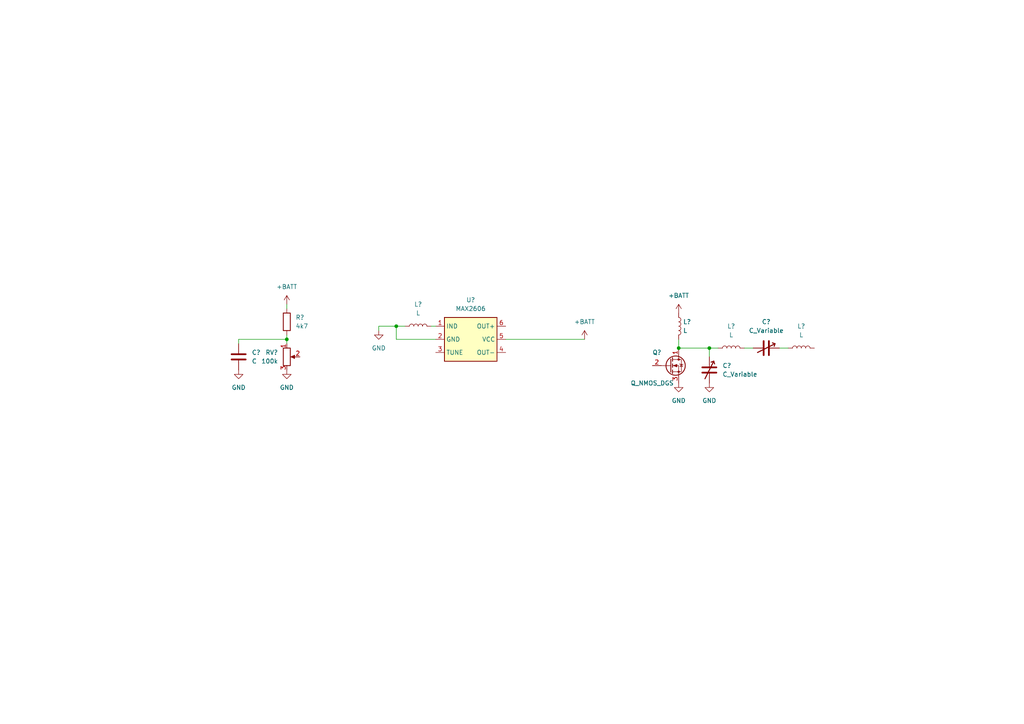
<source format=kicad_sch>
(kicad_sch (version 20211123) (generator eeschema)
  (paper "A4")
  (lib_symbols
    (symbol "Device:C" (pin_numbers hide) (pin_names (offset 0.254))
      (property "Reference" "C" (at 0.635 2.54 0))
      (property "Value" "C" (at 0.635 -2.54 0))
      (symbol "C_0_1"
        (polyline (pts (xy -2.032 -0.762) (xy 2.032 -0.762)) (stroke (width 0.508)))
        (polyline (pts (xy -2.032 0.762) (xy 2.032 0.762)) (stroke (width 0.508)))
      )
      (symbol "C_1_1"
        (pin passive line (at 0 3.81 270) (length 2.794) (name "~") (number "1"))
        (pin passive line (at 0 -3.81 90) (length 2.794) (name "~") (number "2"))
      )
    )
    (symbol "Device:C_Variable" (pin_numbers hide) (pin_names (offset 0.254) hide)
      (property "Reference" "C" (at 0.635 -1.905 0))
      (property "Value" "C_Variable" (at 0.635 -3.81 0))
      (symbol "C_Variable_0_1"
        (polyline (pts (xy -2.032 -0.762) (xy 2.032 -0.762)) (stroke (width 0.508)))
        (polyline (pts (xy -2.032 0.762) (xy 2.032 0.762)) (stroke (width 0.508)))
        (polyline (pts (xy 1.27 2.54) (xy -1.27 -2.54)) (stroke (width 0.3048)))
        (polyline (pts (xy 1.27 2.54) (xy 0.508 2.286)) (stroke (width 0.3048)))
        (polyline (pts (xy 1.27 2.54) (xy 1.524 1.778)) (stroke (width 0.3048)))
      )
      (symbol "C_Variable_1_1"
        (pin passive line (at 0 3.81 270) (length 3.048) (name "~") (number "1"))
        (pin passive line (at 0 -3.81 90) (length 3.048) (name "~") (number "2"))
      )
    )
    (symbol "Device:L" (pin_numbers hide) (pin_names (offset 1.016) hide)
      (property "Reference" "L" (at -1.27 0 90))
      (property "Value" "L" (at 1.905 0 90))
      (symbol "L_0_1"
        (arc (start 0 -2.54) (mid 0.635 -1.905) (end 0 -1.27))
        (arc (start 0 -1.27) (mid 0.635 -0.635) (end 0 0))
        (arc (start 0 0) (mid 0.635 0.635) (end 0 1.27))
        (arc (start 0 1.27) (mid 0.635 1.905) (end 0 2.54))
      )
      (symbol "L_1_1"
        (pin passive line (at 0 3.81 270) (length 1.27) (name "1") (number "1"))
        (pin passive line (at 0 -3.81 90) (length 1.27) (name "2") (number "2"))
      )
    )
    (symbol "Device:Q_NMOS_DGS" (pin_names (offset 0) hide)
      (property "Reference" "Q" (at 5.08 1.27 0))
      (property "Value" "Q_NMOS_DGS" (at 5.08 -1.27 0))
      (symbol "Q_NMOS_DGS_0_1"
        (polyline (pts (xy 0.254 0) (xy -2.54 0)))
        (polyline (pts (xy 0.254 1.905) (xy 0.254 -1.905)) (stroke (width 0.254)))
        (polyline (pts (xy 0.762 -1.27) (xy 0.762 -2.286)) (stroke (width 0.254)))
        (polyline (pts (xy 0.762 0.508) (xy 0.762 -0.508)) (stroke (width 0.254)))
        (polyline (pts (xy 0.762 2.286) (xy 0.762 1.27)) (stroke (width 0.254)))
        (polyline (pts (xy 2.54 2.54) (xy 2.54 1.778)))
        (polyline (pts (xy 2.54 -2.54) (xy 2.54 0) (xy 0.762 0)))
        (polyline (pts (xy 0.762 -1.778) (xy 3.302 -1.778) (xy 3.302 1.778) (xy 0.762 1.778)))
        (polyline (pts (xy 1.016 0) (xy 2.032 0.381) (xy 2.032 -0.381) (xy 1.016 0)) (fill (type outline)))
        (polyline (pts (xy 2.794 0.508) (xy 2.921 0.381) (xy 3.683 0.381) (xy 3.81 0.254)))
        (polyline (pts (xy 3.302 0.381) (xy 2.921 -0.254) (xy 3.683 -0.254) (xy 3.302 0.381)))
        (circle (center 1.651 0) (radius 2.794) (stroke (width 0.254)))
        (circle (center 2.54 -1.778) (radius 0.254) (fill (type outline)))
        (circle (center 2.54 1.778) (radius 0.254) (fill (type outline)))
      )
      (symbol "Q_NMOS_DGS_1_1"
        (pin passive line (at 2.54 5.08 270) (length 2.54) (name "D") (number "1"))
        (pin input line (at -5.08 0 0) (length 2.54) (name "G") (number "2"))
        (pin passive line (at 2.54 -5.08 90) (length 2.54) (name "S") (number "3"))
      )
    )
    (symbol "Device:R" (pin_numbers hide) (pin_names (offset 0))
      (property "Reference" "R" (at 2.032 0 90))
      (property "Value" "R" (at 0 0 90))
      (symbol "R_0_1"
        (rectangle (start -1.016 -2.54) (end 1.016 2.54) (stroke (width 0.254)))
      )
      (symbol "R_1_1"
        (pin passive line (at 0 3.81 270) (length 1.27) (name "~") (number "1"))
        (pin passive line (at 0 -3.81 90) (length 1.27) (name "~") (number "2"))
      )
    )
    (symbol "Device:R_Potentiometer" (pin_names (offset 1.016) hide)
      (property "Reference" "RV" (at -4.445 0 90))
      (property "Value" "R_Potentiometer" (at -2.54 0 90))
      (symbol "R_Potentiometer_0_1"
        (polyline (pts (xy 2.54 0) (xy 1.524 0)))
        (polyline (pts (xy 1.143 0) (xy 2.286 0.508) (xy 2.286 -0.508) (xy 1.143 0)) (fill (type outline)))
        (rectangle (start 1.016 2.54) (end -1.016 -2.54) (stroke (width 0.254)))
      )
      (symbol "R_Potentiometer_1_1"
        (pin passive line (at 0 3.81 270) (length 1.27) (name "1") (number "1"))
        (pin passive line (at 3.81 0 180) (length 1.27) (name "2") (number "2"))
        (pin passive line (at 0 -3.81 90) (length 1.27) (name "3") (number "3"))
      )
    )
    (symbol "MAX2606:MAX2606"
      (property "Reference" "U" (at -6.35 7.62 0))
      (property "Value" "MAX2606" (at 2.54 7.62 0))
      (symbol "MAX2606_0_1"
        (rectangle (start -7.62 6.35) (end 7.62 -6.35) (stroke (width 0.254)) (fill (type background)))
      )
      (symbol "MAX2606_1_1"
        (pin passive line (at -10.16 3.81 0) (length 2.54) (name "IND") (number "1"))
        (pin power_in line (at -10.16 0 0) (length 2.54) (name "GND") (number "2"))
        (pin input line (at -10.16 -3.81 0) (length 2.54) (name "TUNE") (number "3"))
        (pin output line (at 10.16 -3.81 180) (length 2.54) (name "OUT-") (number "4"))
        (pin power_in line (at 10.16 0 180) (length 2.54) (name "VCC") (number "5"))
        (pin output line (at 10.16 3.81 180) (length 2.54) (name "OUT+") (number "6"))
      )
    )
    (symbol "power:+BATT" (power) (pin_names (offset 0))
      (property "Value" "+BATT" (at 0 3.556 0))
      (symbol "+BATT_0_1"
        (polyline (pts (xy -0.762 1.27) (xy 0 2.54)))
        (polyline (pts (xy 0 0) (xy 0 2.54)))
        (polyline (pts (xy 0 2.54) (xy 0.762 1.27)))
      )
      (symbol "+BATT_1_1"
        (pin power_in line (at 0 0 90) (length 0) hide (name "+BATT") (number "1"))
      )
    )
    (symbol "power:GND" (power) (pin_names (offset 0))
      (property "Value" "GND" (at 0 -3.81 0))
      (symbol "GND_0_1"
        (polyline (pts (xy 0 0) (xy 0 -1.27) (xy 1.27 -1.27) (xy 0 -2.54) (xy -1.27 -1.27) (xy 0 -1.27)))
      )
      (symbol "GND_1_1"
        (pin power_in line (at 0 0 270) (length 0) hide (name "GND") (number "1"))
      )
    )
  )
  (junction (at 196.85 100.965))
  (junction (at 205.74 100.965))
  (junction (at 114.935 94.615))
  (junction (at 83.185 98.425))
  (wire (pts (xy 69.215 98.425) (xy 69.215 99.695)))
  (wire (pts (xy 114.935 94.615) (xy 117.475 94.615)))
  (wire (pts (xy 114.935 94.615) (xy 114.935 98.425)))
  (wire (pts (xy 196.85 98.425) (xy 196.85 100.965)))
  (wire (pts (xy 83.185 88.265) (xy 83.185 89.535)))
  (wire (pts (xy 205.74 103.505) (xy 205.74 100.965)))
  (wire (pts (xy 109.855 94.615) (xy 114.935 94.615)))
  (wire (pts (xy 83.185 98.425) (xy 83.185 99.695)))
  (wire (pts (xy 126.365 94.615) (xy 125.095 94.615)))
  (wire (pts (xy 83.185 97.155) (xy 83.185 98.425)))
  (wire (pts (xy 205.74 100.965) (xy 208.28 100.965)))
  (wire (pts (xy 114.935 98.425) (xy 126.365 98.425)))
  (wire (pts (xy 146.685 98.425) (xy 169.545 98.425)))
  (wire (pts (xy 226.06 100.965) (xy 228.6 100.965)))
  (wire (pts (xy 215.9 100.965) (xy 218.44 100.965)))
  (wire (pts (xy 69.215 98.425) (xy 83.185 98.425)))
  (wire (pts (xy 109.855 95.885) (xy 109.855 94.615)))
  (wire (pts (xy 196.85 100.965) (xy 205.74 100.965)))
  (symbol (lib_id "power:GND") (at 196.85 111.125 0) (unit 1)
    (property "Reference" "#PWR?" (effects hide))
    (property "Value" "GND" (at 196.85 116.205 0))
  )
  (symbol (lib_id "power:GND") (at 69.215 107.315 0) (unit 1)
    (property "Reference" "#PWR?" (effects hide))
    (property "Value" "GND" (at 69.215 112.395 0))
  )
  (symbol (lib_id "Device:R_Potentiometer") (at 83.185 103.505 0) (unit 1)
    (property "Reference" "RV?" (at 80.645 102.2349 0) (effects (justify right)))
    (property "Value" "100k" (at 80.645 104.7749 0) (effects (justify right)))
  )
  (symbol (lib_id "Device:C_Variable") (at 222.25 100.965 270) (mirror x) (unit 1)
    (property "Reference" "C?" (at 222.25 93.345 90))
    (property "Value" "C_Variable" (at 222.25 95.885 90))
  )
  (symbol (lib_id "power:+BATT") (at 196.85 90.805 0) (unit 1)
    (property "Reference" "#PWR?" (effects hide))
    (property "Value" "+BATT" (at 196.85 85.725 0))
  )
  (symbol (lib_id "power:GND") (at 109.855 95.885 0) (unit 1)
    (property "Reference" "#PWR?" (effects hide))
    (property "Value" "GND" (at 109.855 100.965 0))
  )
  (symbol (lib_id "power:GND") (at 205.74 111.125 0) (unit 1)
    (property "Reference" "#PWR?" (effects hide))
    (property "Value" "GND" (at 205.74 116.205 0))
  )
  (symbol (lib_id "Device:L") (at 232.41 100.965 90) (unit 1)
    (property "Reference" "L?" (at 232.41 94.615 90))
    (property "Value" "L" (at 232.41 97.155 90))
  )
  (symbol (lib_id "Device:C") (at 69.215 103.505 0) (unit 1)
    (property "Reference" "C?" (at 73.025 102.2349 0) (effects (justify left)))
    (property "Value" "C" (at 73.025 104.7749 0) (effects (justify left)))
  )
  (symbol (lib_id "power:GND") (at 83.185 107.315 0) (unit 1)
    (property "Reference" "#PWR?" (effects hide))
    (property "Value" "GND" (at 83.185 112.395 0))
  )
  (symbol (lib_id "Device:L") (at 212.09 100.965 90) (unit 1)
    (property "Reference" "L?" (at 212.09 94.615 90))
    (property "Value" "L" (at 212.09 97.155 90))
  )
  (symbol (lib_id "Device:L") (at 196.85 94.615 0) (unit 1)
    (property "Reference" "L?" (at 198.12 93.3449 0) (effects (justify left)))
    (property "Value" "L" (at 198.12 95.8849 0) (effects (justify left)))
  )
  (symbol (lib_id "power:+BATT") (at 169.545 98.425 0) (unit 1)
    (property "Reference" "#PWR?" (effects hide))
    (property "Value" "+BATT" (at 169.545 93.345 0))
  )
  (symbol (lib_id "Device:R") (at 83.185 93.345 0) (unit 1)
    (property "Reference" "R?" (at 85.725 92.0749 0) (effects (justify left)))
    (property "Value" "4k7" (at 85.725 94.6149 0) (effects (justify left)))
  )
  (symbol (lib_id "Device:C_Variable") (at 205.74 107.315 0) (unit 1)
    (property "Reference" "C?" (at 209.55 106.0449 0) (effects (justify left)))
    (property "Value" "C_Variable" (at 209.55 108.5849 0) (effects (justify left)))
  )
  (symbol (lib_id "MAX2606:MAX2606") (at 136.525 98.425 0) (unit 1)
    (property "Reference" "U?" (at 136.525 86.995 0))
    (property "Value" "MAX2606" (at 136.525 89.535 0))
  )
  (symbol (lib_id "Device:Q_NMOS_DGS") (at 194.31 106.045 0) (unit 1)
    (property "Reference" "Q?" (at 189.23 102.235 0) (effects (justify left)))
    (property "Value" "Q_NMOS_DGS" (at 182.88 111.125 0) (effects (justify left)))
  )
  (symbol (lib_id "Device:L") (at 121.285 94.615 90) (unit 1)
    (property "Reference" "L?" (at 121.285 88.265 90))
    (property "Value" "L" (at 121.285 90.805 90))
  )
  (symbol (lib_id "power:+BATT") (at 83.185 88.265 0) (unit 1)
    (property "Reference" "#PWR?" (effects hide))
    (property "Value" "+BATT" (at 83.185 83.185 0))
  )
)
</source>
